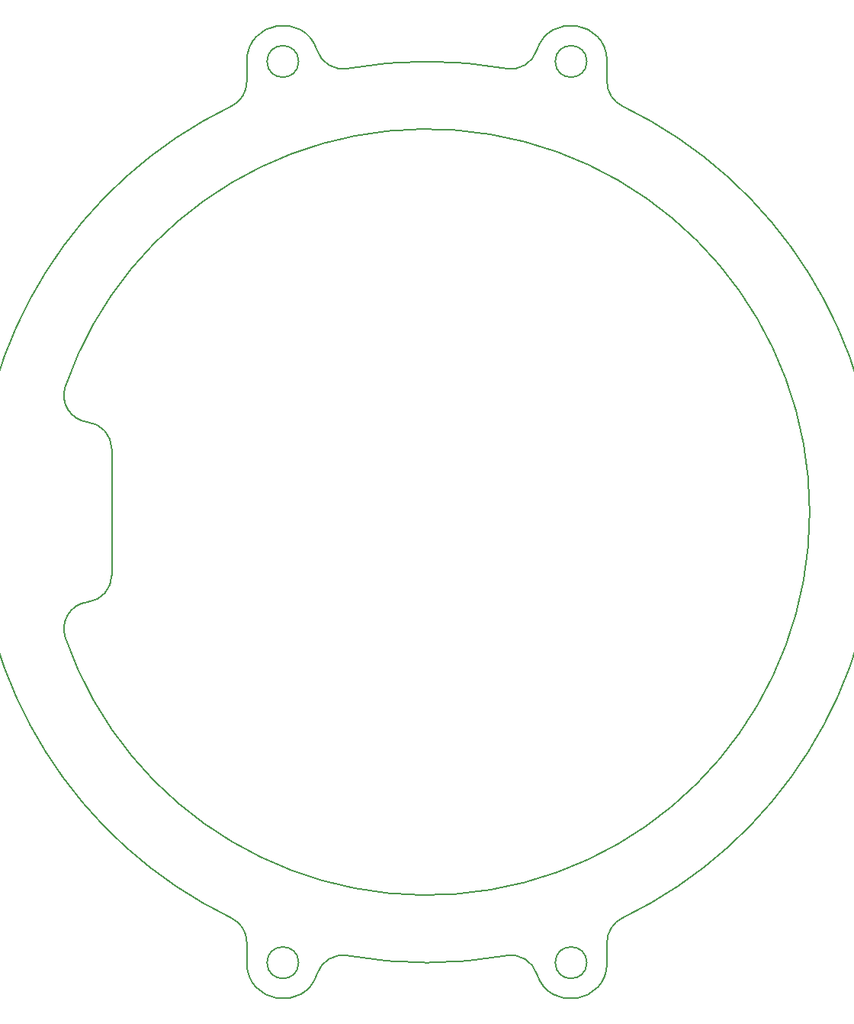
<source format=gbr>
G04 #@! TF.GenerationSoftware,KiCad,Pcbnew,(6.0.5)*
G04 #@! TF.CreationDate,2022-07-03T21:12:04+09:00*
G04 #@! TF.ProjectId,line_sensor,6c696e65-5f73-4656-9e73-6f722e6b6963,rev?*
G04 #@! TF.SameCoordinates,Original*
G04 #@! TF.FileFunction,Profile,NP*
%FSLAX46Y46*%
G04 Gerber Fmt 4.6, Leading zero omitted, Abs format (unit mm)*
G04 Created by KiCad (PCBNEW (6.0.5)) date 2022-07-03 21:12:04*
%MOMM*%
%LPD*%
G01*
G04 APERTURE LIST*
G04 #@! TA.AperFunction,Profile*
%ADD10C,0.200000*%
G04 #@! TD*
G04 APERTURE END LIST*
D10*
X132400000Y-51600000D02*
X132400000Y-53850655D01*
X138150000Y-151600000D02*
G75*
G03*
X138150000Y-151600000I-1750000J0D01*
G01*
X130701887Y-56553448D02*
G75*
G03*
X130701887Y-146646552I21698113J-45046552D01*
G01*
X161215793Y-52383318D02*
G75*
G03*
X143584207Y-52383318I-8815793J-49216678D01*
G01*
X172400000Y-53850654D02*
X172400000Y-51600000D01*
X143584213Y-150816648D02*
G75*
G03*
X140203005Y-152839819I-528913J-2953052D01*
G01*
X174098113Y-146646552D02*
G75*
G03*
X174098113Y-56553448I-21698113J45046552D01*
G01*
X130701905Y-56553485D02*
G75*
G03*
X132400000Y-53850655I-1301905J2702785D01*
G01*
X117400001Y-94600000D02*
G75*
G03*
X114743407Y-91619719I-3000001J0D01*
G01*
X164596995Y-152839819D02*
G75*
G03*
X172400000Y-151600000I3803005J1239819D01*
G01*
X174098120Y-146646566D02*
G75*
G03*
X172400000Y-149349346I1301780J-2702734D01*
G01*
X112252901Y-115544907D02*
G75*
G03*
X112252901Y-87655093I40147099J13944907D01*
G01*
X161215787Y-52383352D02*
G75*
G03*
X164596995Y-50360181I528913J2953052D01*
G01*
X164596962Y-152839830D02*
G75*
G03*
X161215793Y-150816682I-2852262J-929870D01*
G01*
X138150000Y-51600000D02*
G75*
G03*
X138150000Y-51600000I-1750000J0D01*
G01*
X132400000Y-151600000D02*
G75*
G03*
X140203005Y-152839819I4000000J0D01*
G01*
X132399959Y-149349346D02*
G75*
G03*
X130701887Y-146646552I-2999959J46D01*
G01*
X117399999Y-108600000D02*
X117399999Y-94600000D01*
X170150000Y-51600000D02*
G75*
G03*
X170150000Y-51600000I-1750000J0D01*
G01*
X170150000Y-151600000D02*
G75*
G03*
X170150000Y-151600000I-1750000J0D01*
G01*
X172400000Y-151600000D02*
X172400000Y-149349346D01*
X172400041Y-53850654D02*
G75*
G03*
X174098113Y-56553448I2999959J-46D01*
G01*
X132400000Y-149349346D02*
X132400000Y-151600000D01*
X172400000Y-51600000D02*
G75*
G03*
X164596995Y-50360181I-4000000J0D01*
G01*
X140203005Y-50360181D02*
G75*
G03*
X132400000Y-51600000I-3803005J-1239819D01*
G01*
X114743407Y-111580279D02*
G75*
G03*
X117399999Y-108600000I-343407J2980279D01*
G01*
X114743407Y-111580282D02*
G75*
G03*
X112252901Y-115544907I343403J-2980278D01*
G01*
X140203038Y-50360170D02*
G75*
G03*
X143584207Y-52383318I2852262J929870D01*
G01*
X112252841Y-87655072D02*
G75*
G03*
X114743407Y-91619719I2833959J-984328D01*
G01*
X143584207Y-150816682D02*
G75*
G03*
X161215793Y-150816682I8815793J49216678D01*
G01*
M02*

</source>
